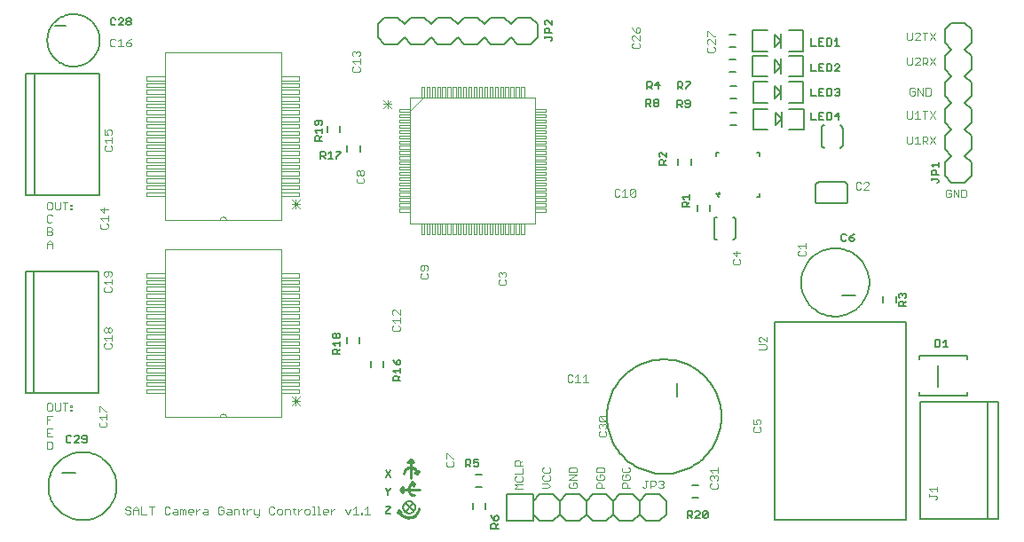
<source format=gto>
G75*
G70*
%OFA0B0*%
%FSLAX24Y24*%
%IPPOS*%
%LPD*%
%AMOC8*
5,1,8,0,0,1.08239X$1,22.5*
%
%ADD10C,0.0100*%
%ADD11C,0.0050*%
%ADD12C,0.0080*%
%ADD13C,0.0030*%
%ADD14C,0.0060*%
%ADD15C,0.0000*%
D10*
X014112Y000909D02*
X014252Y000959D01*
X014162Y001009D01*
X014112Y000909D01*
X014162Y000989D02*
X014177Y000953D01*
X014196Y000919D01*
X014218Y000887D01*
X014243Y000857D01*
X014270Y000830D01*
X014301Y000805D01*
X014333Y000784D01*
X014368Y000766D01*
X014404Y000752D01*
X014442Y000741D01*
X014480Y000734D01*
X014519Y000731D01*
X014558Y000732D01*
X014596Y000736D01*
X014635Y000745D01*
X014672Y000757D01*
X014707Y000773D01*
X014741Y000792D01*
X014773Y000814D01*
X014802Y000840D01*
X014829Y000868D01*
X014853Y000899D01*
X014874Y000932D01*
X014891Y000967D01*
X014905Y001003D01*
X014915Y001041D01*
X014921Y001079D01*
X014952Y001769D02*
X014202Y001769D01*
X014302Y001869D01*
X014302Y001669D01*
X014202Y001769D01*
X014702Y001919D02*
X014652Y002069D01*
X014752Y002019D01*
X014702Y001919D01*
X014752Y002019D02*
X014724Y002017D01*
X014696Y002012D01*
X014669Y002003D01*
X014644Y001991D01*
X014620Y001976D01*
X014598Y001958D01*
X014579Y001937D01*
X014562Y001915D01*
X014548Y001890D01*
X014538Y001864D01*
X014531Y001836D01*
X014527Y001808D01*
X014527Y001780D01*
X014531Y001752D01*
X014538Y001724D01*
X014548Y001698D01*
X014562Y001673D01*
X014579Y001651D01*
X014598Y001630D01*
X014620Y001612D01*
X014644Y001597D01*
X014669Y001585D01*
X014696Y001576D01*
X014724Y001571D01*
X014752Y001569D01*
X014602Y002219D02*
X014602Y002919D01*
X014702Y002819D01*
X014712Y002809D02*
X014492Y002809D01*
X014502Y002819D02*
X014602Y002919D01*
X014762Y002419D02*
X014902Y002469D01*
X014852Y002369D01*
X014762Y002419D01*
X014852Y002369D02*
X014850Y002399D01*
X014845Y002429D01*
X014836Y002458D01*
X014823Y002485D01*
X014808Y002511D01*
X014789Y002535D01*
X014768Y002556D01*
X014744Y002575D01*
X014718Y002590D01*
X014691Y002603D01*
X014662Y002612D01*
X014632Y002617D01*
X014602Y002619D01*
X014572Y002617D01*
X014542Y002612D01*
X014513Y002603D01*
X014486Y002590D01*
X014460Y002575D01*
X014436Y002556D01*
X014415Y002535D01*
X014396Y002511D01*
X014381Y002485D01*
X014368Y002458D01*
X014359Y002429D01*
X014354Y002399D01*
X014352Y002369D01*
D11*
X013857Y002244D02*
X013677Y002514D01*
X013857Y002514D02*
X013677Y002244D01*
X013677Y001864D02*
X013677Y001819D01*
X013767Y001729D01*
X013767Y001594D01*
X013767Y001729D02*
X013857Y001819D01*
X013857Y001864D01*
X013857Y001164D02*
X013857Y001119D01*
X013677Y000939D01*
X013677Y000894D01*
X013857Y000894D01*
X013857Y001164D02*
X013677Y001164D01*
X016680Y002641D02*
X016680Y002911D01*
X016816Y002911D01*
X016861Y002866D01*
X016861Y002776D01*
X016816Y002731D01*
X016680Y002731D01*
X016770Y002731D02*
X016861Y002641D01*
X016975Y002686D02*
X017020Y002641D01*
X017110Y002641D01*
X017155Y002686D01*
X017155Y002776D01*
X017110Y002821D01*
X017065Y002821D01*
X016975Y002776D01*
X016975Y002911D01*
X017155Y002911D01*
X017631Y000800D02*
X017676Y000710D01*
X017766Y000620D01*
X017766Y000755D01*
X017811Y000800D01*
X017856Y000800D01*
X017901Y000755D01*
X017901Y000665D01*
X017856Y000620D01*
X017766Y000620D01*
X017766Y000505D02*
X017676Y000505D01*
X017631Y000460D01*
X017631Y000325D01*
X017901Y000325D01*
X017811Y000325D02*
X017811Y000460D01*
X017766Y000505D01*
X017811Y000415D02*
X017901Y000505D01*
X025001Y000717D02*
X025001Y000987D01*
X025136Y000987D01*
X025181Y000942D01*
X025181Y000852D01*
X025136Y000807D01*
X025001Y000807D01*
X025091Y000807D02*
X025181Y000717D01*
X025295Y000717D02*
X025476Y000897D01*
X025476Y000942D01*
X025431Y000987D01*
X025340Y000987D01*
X025295Y000942D01*
X025295Y000717D02*
X025476Y000717D01*
X025590Y000762D02*
X025770Y000942D01*
X025770Y000762D01*
X025725Y000717D01*
X025635Y000717D01*
X025590Y000762D01*
X025590Y000942D01*
X025635Y000987D01*
X025725Y000987D01*
X025770Y000942D01*
X028272Y000637D02*
X033222Y000637D01*
X033222Y008087D01*
X028272Y008087D01*
X028272Y000637D01*
X034317Y007141D02*
X034452Y007141D01*
X034498Y007186D01*
X034498Y007366D01*
X034452Y007411D01*
X034317Y007411D01*
X034317Y007141D01*
X034612Y007141D02*
X034792Y007141D01*
X034702Y007141D02*
X034702Y007411D01*
X034612Y007321D01*
X033220Y008680D02*
X032950Y008680D01*
X032950Y008816D01*
X032995Y008861D01*
X033085Y008861D01*
X033130Y008816D01*
X033130Y008680D01*
X033130Y008771D02*
X033220Y008861D01*
X033175Y008975D02*
X033220Y009020D01*
X033220Y009110D01*
X033175Y009155D01*
X033130Y009155D01*
X033085Y009110D01*
X033085Y009065D01*
X033085Y009110D02*
X033040Y009155D01*
X032995Y009155D01*
X032950Y009110D01*
X032950Y009020D01*
X032995Y008975D01*
X031225Y011127D02*
X031270Y011172D01*
X031270Y011217D01*
X031225Y011262D01*
X031090Y011262D01*
X031090Y011172D01*
X031135Y011127D01*
X031225Y011127D01*
X031090Y011262D02*
X031180Y011352D01*
X031270Y011397D01*
X030975Y011352D02*
X030930Y011397D01*
X030840Y011397D01*
X030795Y011352D01*
X030795Y011172D01*
X030840Y011127D01*
X030930Y011127D01*
X030975Y011172D01*
X027729Y012784D02*
X027611Y012784D01*
X027729Y012784D02*
X027729Y012903D01*
X026176Y012910D02*
X026178Y012920D01*
X026183Y012928D01*
X026191Y012933D01*
X026201Y012935D01*
X026211Y012933D01*
X026219Y012928D01*
X026224Y012920D01*
X026226Y012910D01*
X026224Y012900D01*
X026219Y012892D01*
X026211Y012887D01*
X026201Y012885D01*
X026191Y012887D01*
X026183Y012892D01*
X026178Y012900D01*
X026176Y012910D01*
X026075Y012903D02*
X026193Y012784D01*
X025076Y012785D02*
X024806Y012785D01*
X024896Y012695D01*
X024851Y012581D02*
X024941Y012581D01*
X024986Y012536D01*
X024986Y012401D01*
X024986Y012491D02*
X025076Y012581D01*
X025076Y012695D02*
X025076Y012875D01*
X024851Y012581D02*
X024806Y012536D01*
X024806Y012401D01*
X025076Y012401D01*
X024211Y013988D02*
X023941Y013988D01*
X023941Y014123D01*
X023986Y014168D01*
X024076Y014168D01*
X024121Y014123D01*
X024121Y013988D01*
X024121Y014078D02*
X024211Y014168D01*
X024211Y014283D02*
X024031Y014463D01*
X023986Y014463D01*
X023941Y014418D01*
X023941Y014328D01*
X023986Y014283D01*
X024211Y014283D02*
X024211Y014463D01*
X026075Y014438D02*
X026075Y014320D01*
X026075Y014438D02*
X026193Y014438D01*
X027611Y014438D02*
X027729Y014438D01*
X027729Y014320D01*
X029657Y015678D02*
X029837Y015678D01*
X029952Y015678D02*
X030132Y015678D01*
X030246Y015678D02*
X030246Y015949D01*
X030382Y015949D01*
X030427Y015903D01*
X030427Y015723D01*
X030382Y015678D01*
X030246Y015678D01*
X030042Y015813D02*
X029952Y015813D01*
X029952Y015678D02*
X029952Y015949D01*
X030132Y015949D01*
X030541Y015813D02*
X030721Y015813D01*
X030676Y015678D02*
X030676Y015949D01*
X030541Y015813D01*
X029657Y015949D02*
X029657Y015678D01*
X029657Y016583D02*
X029837Y016583D01*
X029952Y016583D02*
X030132Y016583D01*
X030246Y016583D02*
X030246Y016854D01*
X030382Y016854D01*
X030427Y016809D01*
X030427Y016628D01*
X030382Y016583D01*
X030246Y016583D01*
X030042Y016719D02*
X029952Y016719D01*
X029952Y016854D02*
X029952Y016583D01*
X029952Y016854D02*
X030132Y016854D01*
X030541Y016809D02*
X030586Y016854D01*
X030676Y016854D01*
X030721Y016809D01*
X030721Y016764D01*
X030676Y016719D01*
X030721Y016674D01*
X030721Y016628D01*
X030676Y016583D01*
X030586Y016583D01*
X030541Y016628D01*
X030631Y016719D02*
X030676Y016719D01*
X029657Y016854D02*
X029657Y016583D01*
X029657Y017501D02*
X029837Y017501D01*
X029952Y017501D02*
X030132Y017501D01*
X030246Y017501D02*
X030382Y017501D01*
X030427Y017546D01*
X030427Y017726D01*
X030382Y017771D01*
X030246Y017771D01*
X030246Y017501D01*
X030042Y017636D02*
X029952Y017636D01*
X029952Y017771D02*
X029952Y017501D01*
X029657Y017501D02*
X029657Y017771D01*
X029952Y017771D02*
X030132Y017771D01*
X030541Y017726D02*
X030586Y017771D01*
X030676Y017771D01*
X030721Y017726D01*
X030721Y017681D01*
X030541Y017501D01*
X030721Y017501D01*
X030721Y018464D02*
X030541Y018464D01*
X030631Y018464D02*
X030631Y018734D01*
X030541Y018644D01*
X030427Y018689D02*
X030382Y018734D01*
X030246Y018734D01*
X030246Y018464D01*
X030382Y018464D01*
X030427Y018509D01*
X030427Y018689D01*
X030132Y018734D02*
X029952Y018734D01*
X029952Y018464D01*
X030132Y018464D01*
X030042Y018599D02*
X029952Y018599D01*
X029837Y018464D02*
X029657Y018464D01*
X029657Y018734D01*
X025117Y017104D02*
X025117Y017059D01*
X024937Y016879D01*
X024937Y016834D01*
X024822Y016834D02*
X024732Y016924D01*
X024777Y016924D02*
X024642Y016924D01*
X024642Y016834D02*
X024642Y017104D01*
X024777Y017104D01*
X024822Y017059D01*
X024822Y016969D01*
X024777Y016924D01*
X024937Y017104D02*
X025117Y017104D01*
X025057Y016429D02*
X024967Y016429D01*
X024922Y016384D01*
X024922Y016339D01*
X024967Y016294D01*
X025102Y016294D01*
X025102Y016204D02*
X025102Y016384D01*
X025057Y016429D01*
X025102Y016204D02*
X025057Y016159D01*
X024967Y016159D01*
X024922Y016204D01*
X024807Y016159D02*
X024717Y016249D01*
X024762Y016249D02*
X024627Y016249D01*
X024627Y016159D02*
X024627Y016429D01*
X024762Y016429D01*
X024807Y016384D01*
X024807Y016294D01*
X024762Y016249D01*
X023922Y016229D02*
X023877Y016184D01*
X023787Y016184D01*
X023742Y016229D01*
X023742Y016274D01*
X023787Y016319D01*
X023877Y016319D01*
X023922Y016274D01*
X023922Y016229D01*
X023877Y016319D02*
X023922Y016364D01*
X023922Y016409D01*
X023877Y016454D01*
X023787Y016454D01*
X023742Y016409D01*
X023742Y016364D01*
X023787Y016319D01*
X023628Y016319D02*
X023582Y016274D01*
X023447Y016274D01*
X023447Y016184D02*
X023447Y016454D01*
X023582Y016454D01*
X023628Y016409D01*
X023628Y016319D01*
X023537Y016274D02*
X023628Y016184D01*
X023674Y016840D02*
X023584Y016930D01*
X023629Y016930D02*
X023494Y016930D01*
X023494Y016840D02*
X023494Y017110D01*
X023629Y017110D01*
X023674Y017065D01*
X023674Y016975D01*
X023629Y016930D01*
X023789Y016975D02*
X023969Y016975D01*
X023924Y016840D02*
X023924Y017110D01*
X023789Y016975D01*
X019916Y018693D02*
X019916Y018738D01*
X019871Y018783D01*
X019646Y018783D01*
X019646Y018738D02*
X019646Y018828D01*
X019646Y018943D02*
X019646Y019078D01*
X019691Y019123D01*
X019781Y019123D01*
X019826Y019078D01*
X019826Y018943D01*
X019916Y018943D02*
X019646Y018943D01*
X019916Y018693D02*
X019871Y018648D01*
X019916Y019238D02*
X019736Y019418D01*
X019691Y019418D01*
X019646Y019373D01*
X019646Y019283D01*
X019691Y019238D01*
X019916Y019238D02*
X019916Y019418D01*
X011280Y015609D02*
X011280Y015519D01*
X011235Y015474D01*
X011145Y015519D02*
X011145Y015654D01*
X011055Y015654D02*
X011010Y015609D01*
X011010Y015519D01*
X011055Y015474D01*
X011100Y015474D01*
X011145Y015519D01*
X011280Y015609D02*
X011235Y015654D01*
X011055Y015654D01*
X011280Y015360D02*
X011280Y015180D01*
X011280Y015270D02*
X011010Y015270D01*
X011100Y015180D01*
X011055Y015065D02*
X011010Y015020D01*
X011010Y014885D01*
X011280Y014885D01*
X011190Y014885D02*
X011190Y015020D01*
X011145Y015065D01*
X011055Y015065D01*
X011190Y014975D02*
X011280Y015065D01*
X011224Y014494D02*
X011359Y014494D01*
X011404Y014449D01*
X011404Y014359D01*
X011359Y014314D01*
X011224Y014314D01*
X011314Y014314D02*
X011404Y014224D01*
X011518Y014224D02*
X011698Y014224D01*
X011608Y014224D02*
X011608Y014494D01*
X011518Y014404D01*
X011224Y014494D02*
X011224Y014224D01*
X011813Y014224D02*
X011813Y014269D01*
X011993Y014449D01*
X011993Y014494D01*
X011813Y014494D01*
X004111Y019277D02*
X004066Y019232D01*
X003976Y019232D01*
X003931Y019277D01*
X003931Y019322D01*
X003976Y019367D01*
X004066Y019367D01*
X004111Y019322D01*
X004111Y019277D01*
X004066Y019367D02*
X004111Y019412D01*
X004111Y019457D01*
X004066Y019502D01*
X003976Y019502D01*
X003931Y019457D01*
X003931Y019412D01*
X003976Y019367D01*
X003817Y019412D02*
X003817Y019457D01*
X003772Y019502D01*
X003681Y019502D01*
X003636Y019457D01*
X003522Y019457D02*
X003477Y019502D01*
X003387Y019502D01*
X003342Y019457D01*
X003342Y019277D01*
X003387Y019232D01*
X003477Y019232D01*
X003522Y019277D01*
X003636Y019232D02*
X003817Y019412D01*
X003817Y019232D02*
X003636Y019232D01*
X011732Y007651D02*
X011777Y007651D01*
X011822Y007606D01*
X011822Y007516D01*
X011777Y007471D01*
X011732Y007471D01*
X011687Y007516D01*
X011687Y007606D01*
X011732Y007651D01*
X011822Y007606D02*
X011867Y007651D01*
X011912Y007651D01*
X011957Y007606D01*
X011957Y007516D01*
X011912Y007471D01*
X011867Y007471D01*
X011822Y007516D01*
X011957Y007357D02*
X011957Y007177D01*
X011957Y007267D02*
X011687Y007267D01*
X011777Y007177D01*
X011732Y007062D02*
X011822Y007062D01*
X011867Y007017D01*
X011867Y006882D01*
X011867Y006972D02*
X011957Y007062D01*
X011957Y006882D02*
X011687Y006882D01*
X011687Y007017D01*
X011732Y007062D01*
X013962Y006648D02*
X014007Y006558D01*
X014097Y006468D01*
X014097Y006603D01*
X014142Y006648D01*
X014187Y006648D01*
X014232Y006603D01*
X014232Y006513D01*
X014187Y006468D01*
X014097Y006468D01*
X014232Y006353D02*
X014232Y006173D01*
X014232Y006263D02*
X013962Y006263D01*
X014052Y006173D01*
X014097Y006059D02*
X014142Y006014D01*
X014142Y005878D01*
X014232Y005878D02*
X013962Y005878D01*
X013962Y006014D01*
X014007Y006059D01*
X014097Y006059D01*
X014142Y005969D02*
X014232Y006059D01*
X002446Y003773D02*
X002401Y003818D01*
X002310Y003818D01*
X002265Y003773D01*
X002265Y003728D01*
X002310Y003683D01*
X002446Y003683D01*
X002446Y003593D02*
X002446Y003773D01*
X002446Y003593D02*
X002401Y003548D01*
X002310Y003548D01*
X002265Y003593D01*
X002151Y003548D02*
X001971Y003548D01*
X002151Y003728D01*
X002151Y003773D01*
X002106Y003818D01*
X002016Y003818D01*
X001971Y003773D01*
X001856Y003773D02*
X001811Y003818D01*
X001721Y003818D01*
X001676Y003773D01*
X001676Y003593D01*
X001721Y003548D01*
X001811Y003548D01*
X001856Y003593D01*
X034168Y013405D02*
X034168Y013495D01*
X034168Y013450D02*
X034393Y013450D01*
X034438Y013405D01*
X034438Y013360D01*
X034393Y013315D01*
X034348Y013610D02*
X034348Y013745D01*
X034303Y013790D01*
X034213Y013790D01*
X034168Y013745D01*
X034168Y013610D01*
X034438Y013610D01*
X034438Y013904D02*
X034438Y014084D01*
X034438Y013994D02*
X034168Y013994D01*
X034258Y013904D01*
D12*
X001001Y001913D02*
X001003Y001984D01*
X001009Y002055D01*
X001019Y002126D01*
X001033Y002195D01*
X001050Y002264D01*
X001072Y002332D01*
X001097Y002399D01*
X001126Y002464D01*
X001158Y002527D01*
X001194Y002589D01*
X001233Y002648D01*
X001276Y002705D01*
X001321Y002760D01*
X001370Y002812D01*
X001421Y002861D01*
X001475Y002907D01*
X001532Y002951D01*
X001590Y002991D01*
X001651Y003027D01*
X001714Y003061D01*
X001779Y003090D01*
X001845Y003116D01*
X001913Y003139D01*
X001981Y003157D01*
X002051Y003172D01*
X002121Y003183D01*
X002192Y003190D01*
X002263Y003193D01*
X002334Y003192D01*
X002405Y003187D01*
X002476Y003178D01*
X002546Y003165D01*
X002615Y003149D01*
X002683Y003128D01*
X002750Y003104D01*
X002816Y003076D01*
X002879Y003044D01*
X002941Y003009D01*
X003001Y002971D01*
X003059Y002929D01*
X003114Y002885D01*
X003167Y002837D01*
X003217Y002786D01*
X003264Y002733D01*
X003308Y002677D01*
X003349Y002619D01*
X003387Y002558D01*
X003421Y002496D01*
X003451Y002431D01*
X003478Y002366D01*
X003502Y002298D01*
X003521Y002230D01*
X003537Y002161D01*
X003549Y002090D01*
X003557Y002020D01*
X003561Y001949D01*
X003561Y001877D01*
X003557Y001806D01*
X003549Y001736D01*
X003537Y001665D01*
X003521Y001596D01*
X003502Y001528D01*
X003478Y001460D01*
X003451Y001395D01*
X003421Y001330D01*
X003387Y001268D01*
X003349Y001207D01*
X003308Y001149D01*
X003264Y001093D01*
X003217Y001040D01*
X003167Y000989D01*
X003114Y000941D01*
X003059Y000897D01*
X003001Y000855D01*
X002941Y000817D01*
X002879Y000782D01*
X002816Y000750D01*
X002750Y000722D01*
X002683Y000698D01*
X002615Y000677D01*
X002546Y000661D01*
X002476Y000648D01*
X002405Y000639D01*
X002334Y000634D01*
X002263Y000633D01*
X002192Y000636D01*
X002121Y000643D01*
X002051Y000654D01*
X001981Y000669D01*
X001913Y000687D01*
X001845Y000710D01*
X001779Y000736D01*
X001714Y000765D01*
X001651Y000799D01*
X001590Y000835D01*
X001532Y000875D01*
X001475Y000919D01*
X001421Y000965D01*
X001370Y001014D01*
X001321Y001066D01*
X001276Y001121D01*
X001233Y001178D01*
X001194Y001237D01*
X001158Y001299D01*
X001126Y001362D01*
X001097Y001427D01*
X001072Y001494D01*
X001050Y001562D01*
X001033Y001631D01*
X001019Y001700D01*
X001009Y001771D01*
X001003Y001842D01*
X001001Y001913D01*
X001531Y002413D02*
X002031Y002413D01*
X002896Y005415D02*
X000455Y005415D01*
X000455Y009981D01*
X002896Y009981D01*
X002896Y005415D01*
X000455Y005415D02*
X000140Y005415D01*
X000140Y009981D01*
X000455Y009981D01*
X000475Y012856D02*
X000160Y012856D01*
X000160Y017422D01*
X000475Y017422D01*
X000475Y012856D01*
X002916Y012856D01*
X002916Y017422D01*
X000475Y017422D01*
X000963Y018667D02*
X000965Y018729D01*
X000971Y018792D01*
X000981Y018853D01*
X000995Y018914D01*
X001012Y018974D01*
X001033Y019033D01*
X001059Y019090D01*
X001087Y019145D01*
X001119Y019199D01*
X001155Y019250D01*
X001193Y019300D01*
X001235Y019346D01*
X001279Y019390D01*
X001327Y019431D01*
X001376Y019469D01*
X001428Y019503D01*
X001482Y019534D01*
X001538Y019562D01*
X001596Y019586D01*
X001655Y019607D01*
X001715Y019623D01*
X001776Y019636D01*
X001838Y019645D01*
X001900Y019650D01*
X001963Y019651D01*
X002025Y019648D01*
X002087Y019641D01*
X002149Y019630D01*
X002209Y019615D01*
X002269Y019597D01*
X002327Y019575D01*
X002384Y019549D01*
X002439Y019519D01*
X002492Y019486D01*
X002543Y019450D01*
X002591Y019411D01*
X002637Y019368D01*
X002680Y019323D01*
X002720Y019275D01*
X002757Y019225D01*
X002791Y019172D01*
X002822Y019118D01*
X002848Y019062D01*
X002872Y019004D01*
X002891Y018944D01*
X002907Y018884D01*
X002919Y018822D01*
X002927Y018761D01*
X002931Y018698D01*
X002931Y018636D01*
X002927Y018573D01*
X002919Y018512D01*
X002907Y018450D01*
X002891Y018390D01*
X002872Y018330D01*
X002848Y018272D01*
X002822Y018216D01*
X002791Y018162D01*
X002757Y018109D01*
X002720Y018059D01*
X002680Y018011D01*
X002637Y017966D01*
X002591Y017923D01*
X002543Y017884D01*
X002492Y017848D01*
X002439Y017815D01*
X002384Y017785D01*
X002327Y017759D01*
X002269Y017737D01*
X002209Y017719D01*
X002149Y017704D01*
X002087Y017693D01*
X002025Y017686D01*
X001963Y017683D01*
X001900Y017684D01*
X001838Y017689D01*
X001776Y017698D01*
X001715Y017711D01*
X001655Y017727D01*
X001596Y017748D01*
X001538Y017772D01*
X001482Y017800D01*
X001428Y017831D01*
X001376Y017865D01*
X001327Y017903D01*
X001279Y017944D01*
X001235Y017988D01*
X001193Y018034D01*
X001155Y018084D01*
X001119Y018135D01*
X001087Y018189D01*
X001059Y018244D01*
X001033Y018301D01*
X001012Y018360D01*
X000995Y018420D01*
X000981Y018481D01*
X000971Y018542D01*
X000965Y018605D01*
X000963Y018667D01*
X001247Y019217D02*
X001647Y019217D01*
X013381Y019280D02*
X013381Y018780D01*
X013631Y018530D01*
X014131Y018530D01*
X014381Y018780D01*
X014631Y018530D01*
X015131Y018530D01*
X015381Y018780D01*
X015631Y018530D01*
X016131Y018530D01*
X016381Y018780D01*
X016631Y018530D01*
X017131Y018530D01*
X017381Y018780D01*
X017631Y018530D01*
X018131Y018530D01*
X018381Y018780D01*
X018631Y018530D01*
X019131Y018530D01*
X019381Y018780D01*
X019381Y019280D01*
X019131Y019530D01*
X018631Y019530D01*
X018381Y019280D01*
X018131Y019530D01*
X017631Y019530D01*
X017381Y019280D01*
X017131Y019530D01*
X016631Y019530D01*
X016381Y019280D01*
X016131Y019530D01*
X015631Y019530D01*
X015381Y019280D01*
X015131Y019530D01*
X014631Y019530D01*
X014381Y019280D01*
X014131Y019530D01*
X013631Y019530D01*
X013381Y019280D01*
X026007Y011927D02*
X026007Y011277D01*
X026009Y011260D01*
X026013Y011243D01*
X026020Y011227D01*
X026030Y011213D01*
X026043Y011200D01*
X026057Y011190D01*
X026073Y011183D01*
X026090Y011179D01*
X026107Y011177D01*
X026707Y011177D02*
X026724Y011179D01*
X026741Y011183D01*
X026757Y011190D01*
X026771Y011200D01*
X026784Y011213D01*
X026794Y011227D01*
X026801Y011243D01*
X026805Y011260D01*
X026807Y011277D01*
X026807Y011927D01*
X026805Y011944D01*
X026801Y011961D01*
X026794Y011977D01*
X026784Y011991D01*
X026771Y012004D01*
X026757Y012014D01*
X026741Y012021D01*
X026724Y012025D01*
X026707Y012027D01*
X026107Y012027D02*
X026090Y012025D01*
X026073Y012021D01*
X026057Y012014D01*
X026043Y012004D01*
X026030Y011991D01*
X026020Y011977D01*
X026013Y011961D01*
X026009Y011944D01*
X026007Y011927D01*
X029280Y009572D02*
X029282Y009643D01*
X029288Y009714D01*
X029298Y009785D01*
X029312Y009854D01*
X029329Y009923D01*
X029351Y009991D01*
X029376Y010058D01*
X029405Y010123D01*
X029437Y010186D01*
X029473Y010248D01*
X029512Y010307D01*
X029555Y010364D01*
X029600Y010419D01*
X029649Y010471D01*
X029700Y010520D01*
X029754Y010566D01*
X029811Y010610D01*
X029869Y010650D01*
X029930Y010686D01*
X029993Y010720D01*
X030058Y010749D01*
X030124Y010775D01*
X030192Y010798D01*
X030260Y010816D01*
X030330Y010831D01*
X030400Y010842D01*
X030471Y010849D01*
X030542Y010852D01*
X030613Y010851D01*
X030684Y010846D01*
X030755Y010837D01*
X030825Y010824D01*
X030894Y010808D01*
X030962Y010787D01*
X031029Y010763D01*
X031095Y010735D01*
X031158Y010703D01*
X031220Y010668D01*
X031280Y010630D01*
X031338Y010588D01*
X031393Y010544D01*
X031446Y010496D01*
X031496Y010445D01*
X031543Y010392D01*
X031587Y010336D01*
X031628Y010278D01*
X031666Y010217D01*
X031700Y010155D01*
X031730Y010090D01*
X031757Y010025D01*
X031781Y009957D01*
X031800Y009889D01*
X031816Y009820D01*
X031828Y009749D01*
X031836Y009679D01*
X031840Y009608D01*
X031840Y009536D01*
X031836Y009465D01*
X031828Y009395D01*
X031816Y009324D01*
X031800Y009255D01*
X031781Y009187D01*
X031757Y009119D01*
X031730Y009054D01*
X031700Y008989D01*
X031666Y008927D01*
X031628Y008866D01*
X031587Y008808D01*
X031543Y008752D01*
X031496Y008699D01*
X031446Y008648D01*
X031393Y008600D01*
X031338Y008556D01*
X031280Y008514D01*
X031220Y008476D01*
X031158Y008441D01*
X031095Y008409D01*
X031029Y008381D01*
X030962Y008357D01*
X030894Y008336D01*
X030825Y008320D01*
X030755Y008307D01*
X030684Y008298D01*
X030613Y008293D01*
X030542Y008292D01*
X030471Y008295D01*
X030400Y008302D01*
X030330Y008313D01*
X030260Y008328D01*
X030192Y008346D01*
X030124Y008369D01*
X030058Y008395D01*
X029993Y008424D01*
X029930Y008458D01*
X029869Y008494D01*
X029811Y008534D01*
X029754Y008578D01*
X029700Y008624D01*
X029649Y008673D01*
X029600Y008725D01*
X029555Y008780D01*
X029512Y008837D01*
X029473Y008896D01*
X029437Y008958D01*
X029405Y009021D01*
X029376Y009086D01*
X029351Y009153D01*
X029329Y009221D01*
X029312Y009290D01*
X029298Y009359D01*
X029288Y009430D01*
X029282Y009501D01*
X029280Y009572D01*
X030810Y009072D02*
X031310Y009072D01*
X033716Y006810D02*
X035527Y006810D01*
X035527Y006672D01*
X034424Y006436D02*
X034424Y005649D01*
X033716Y005452D02*
X033716Y005314D01*
X035527Y005314D01*
X035527Y005452D01*
X036300Y005082D02*
X036300Y000672D01*
X033741Y000672D01*
X033741Y005082D01*
X036300Y005082D01*
X036694Y005082D01*
X036694Y000672D01*
X036300Y000672D01*
X033716Y006672D02*
X033716Y006810D01*
X024628Y005774D02*
X024628Y005274D01*
X021978Y004524D02*
X021981Y004629D01*
X021988Y004735D01*
X022001Y004839D01*
X022019Y004943D01*
X022042Y005046D01*
X022071Y005148D01*
X022104Y005248D01*
X022142Y005347D01*
X022184Y005443D01*
X022232Y005538D01*
X022284Y005629D01*
X022340Y005718D01*
X022401Y005805D01*
X022466Y005888D01*
X022535Y005968D01*
X022608Y006044D01*
X022684Y006117D01*
X022764Y006186D01*
X022847Y006251D01*
X022934Y006312D01*
X023023Y006368D01*
X023114Y006420D01*
X023209Y006468D01*
X023305Y006510D01*
X023404Y006548D01*
X023504Y006581D01*
X023606Y006610D01*
X023709Y006633D01*
X023813Y006651D01*
X023917Y006664D01*
X024023Y006671D01*
X024128Y006674D01*
X024233Y006671D01*
X024339Y006664D01*
X024443Y006651D01*
X024547Y006633D01*
X024650Y006610D01*
X024752Y006581D01*
X024852Y006548D01*
X024951Y006510D01*
X025047Y006468D01*
X025142Y006420D01*
X025233Y006368D01*
X025322Y006312D01*
X025409Y006251D01*
X025492Y006186D01*
X025572Y006117D01*
X025648Y006044D01*
X025721Y005968D01*
X025790Y005888D01*
X025855Y005805D01*
X025916Y005718D01*
X025972Y005629D01*
X026024Y005538D01*
X026072Y005443D01*
X026114Y005347D01*
X026152Y005248D01*
X026185Y005148D01*
X026214Y005046D01*
X026237Y004943D01*
X026255Y004839D01*
X026268Y004735D01*
X026275Y004629D01*
X026278Y004524D01*
X026275Y004419D01*
X026268Y004313D01*
X026255Y004209D01*
X026237Y004105D01*
X026214Y004002D01*
X026185Y003900D01*
X026152Y003800D01*
X026114Y003701D01*
X026072Y003605D01*
X026024Y003510D01*
X025972Y003419D01*
X025916Y003330D01*
X025855Y003243D01*
X025790Y003160D01*
X025721Y003080D01*
X025648Y003004D01*
X025572Y002931D01*
X025492Y002862D01*
X025409Y002797D01*
X025322Y002736D01*
X025233Y002680D01*
X025142Y002628D01*
X025047Y002580D01*
X024951Y002538D01*
X024852Y002500D01*
X024752Y002467D01*
X024650Y002438D01*
X024547Y002415D01*
X024443Y002397D01*
X024339Y002384D01*
X024233Y002377D01*
X024128Y002374D01*
X024023Y002377D01*
X023917Y002384D01*
X023813Y002397D01*
X023709Y002415D01*
X023606Y002438D01*
X023504Y002467D01*
X023404Y002500D01*
X023305Y002538D01*
X023209Y002580D01*
X023114Y002628D01*
X023023Y002680D01*
X022934Y002736D01*
X022847Y002797D01*
X022764Y002862D01*
X022684Y002931D01*
X022608Y003004D01*
X022535Y003080D01*
X022466Y003160D01*
X022401Y003243D01*
X022340Y003330D01*
X022284Y003419D01*
X022232Y003510D01*
X022184Y003605D01*
X022142Y003701D01*
X022104Y003800D01*
X022071Y003900D01*
X022042Y004002D01*
X022019Y004105D01*
X022001Y004209D01*
X021988Y004313D01*
X021981Y004419D01*
X021978Y004524D01*
X021965Y001600D02*
X021465Y001600D01*
X021215Y001350D01*
X021215Y000850D01*
X020965Y000600D01*
X020465Y000600D01*
X020215Y000850D01*
X020215Y001350D01*
X020465Y001600D01*
X020965Y001600D01*
X021215Y001350D01*
X021215Y000850D02*
X021465Y000600D01*
X021965Y000600D01*
X022215Y000850D01*
X022215Y001350D01*
X022465Y001600D01*
X022965Y001600D01*
X023215Y001350D01*
X023215Y000850D01*
X022965Y000600D01*
X022465Y000600D01*
X022215Y000850D01*
X022215Y001350D02*
X021965Y001600D01*
X023215Y001350D02*
X023465Y001600D01*
X023965Y001600D01*
X024215Y001350D01*
X024215Y000850D01*
X023965Y000600D01*
X023465Y000600D01*
X023215Y000850D01*
X020215Y000850D02*
X019965Y000600D01*
X019465Y000600D01*
X019215Y000850D01*
X019215Y000600D01*
X018215Y000600D01*
X018215Y001600D01*
X019215Y001600D01*
X019215Y001350D01*
X019215Y000850D01*
X019215Y001350D02*
X019465Y001600D01*
X019965Y001600D01*
X020215Y001350D01*
X014712Y001269D02*
X014402Y000959D01*
X014328Y001119D02*
X014330Y001148D01*
X014336Y001177D01*
X014345Y001205D01*
X014358Y001231D01*
X014374Y001255D01*
X014394Y001277D01*
X014416Y001297D01*
X014440Y001313D01*
X014466Y001326D01*
X014494Y001335D01*
X014523Y001341D01*
X014552Y001343D01*
X014581Y001341D01*
X014610Y001335D01*
X014638Y001326D01*
X014664Y001313D01*
X014688Y001297D01*
X014710Y001277D01*
X014730Y001255D01*
X014746Y001231D01*
X014759Y001205D01*
X014768Y001177D01*
X014774Y001148D01*
X014776Y001119D01*
X014774Y001090D01*
X014768Y001061D01*
X014759Y001033D01*
X014746Y001007D01*
X014730Y000983D01*
X014710Y000961D01*
X014688Y000941D01*
X014664Y000925D01*
X014638Y000912D01*
X014610Y000903D01*
X014581Y000897D01*
X014552Y000895D01*
X014523Y000897D01*
X014494Y000903D01*
X014466Y000912D01*
X014440Y000925D01*
X014416Y000941D01*
X014394Y000961D01*
X014374Y000983D01*
X014358Y001007D01*
X014345Y001033D01*
X014336Y001061D01*
X014330Y001090D01*
X014328Y001119D01*
X014392Y001269D02*
X014402Y001269D01*
X014702Y000969D01*
X034683Y013570D02*
X034933Y013320D01*
X035433Y013320D01*
X035683Y013570D01*
X035683Y014070D01*
X035433Y014320D01*
X035683Y014570D01*
X035683Y015070D01*
X035433Y015320D01*
X035683Y015570D01*
X035683Y016070D01*
X035433Y016320D01*
X035683Y016570D01*
X035683Y017070D01*
X035433Y017320D01*
X035683Y017570D01*
X035683Y018070D01*
X035433Y018320D01*
X035683Y018570D01*
X035683Y019070D01*
X035433Y019320D01*
X034933Y019320D01*
X034683Y019070D01*
X034683Y018570D01*
X034933Y018320D01*
X034683Y018070D01*
X034683Y017570D01*
X034933Y017320D01*
X034683Y017070D01*
X034683Y016570D01*
X034933Y016320D01*
X034683Y016070D01*
X034683Y015570D01*
X034933Y015320D01*
X034683Y015070D01*
X034683Y014570D01*
X034933Y014320D01*
X034683Y014070D01*
X034683Y013570D01*
X030834Y014731D02*
X030834Y015381D01*
X030832Y015398D01*
X030828Y015415D01*
X030821Y015431D01*
X030811Y015445D01*
X030798Y015458D01*
X030784Y015468D01*
X030768Y015475D01*
X030751Y015479D01*
X030734Y015481D01*
X030134Y015481D02*
X030117Y015479D01*
X030100Y015475D01*
X030084Y015468D01*
X030070Y015458D01*
X030057Y015445D01*
X030047Y015431D01*
X030040Y015415D01*
X030036Y015398D01*
X030034Y015381D01*
X030034Y014731D01*
X030036Y014714D01*
X030040Y014697D01*
X030047Y014681D01*
X030057Y014667D01*
X030070Y014654D01*
X030084Y014644D01*
X030100Y014637D01*
X030117Y014633D01*
X030134Y014631D01*
X030734Y014631D02*
X030751Y014633D01*
X030768Y014637D01*
X030784Y014644D01*
X030798Y014654D01*
X030811Y014667D01*
X030821Y014681D01*
X030828Y014697D01*
X030832Y014714D01*
X030834Y014731D01*
X029372Y015310D02*
X028821Y015310D01*
X028545Y015428D02*
X028545Y015703D01*
X028309Y015467D01*
X028309Y015940D01*
X028545Y015703D01*
X028545Y015979D01*
X028821Y016097D02*
X029372Y016097D01*
X029372Y015310D01*
X028033Y015310D02*
X027482Y015310D01*
X027482Y016097D01*
X028033Y016097D01*
X028021Y016315D02*
X027470Y016315D01*
X027470Y017102D01*
X028021Y017102D01*
X028017Y017302D02*
X027466Y017302D01*
X027466Y018089D01*
X028017Y018089D01*
X028017Y018258D02*
X027466Y018258D01*
X027466Y019045D01*
X028017Y019045D01*
X028292Y018888D02*
X028292Y018416D01*
X028529Y018652D01*
X028292Y018888D01*
X028529Y018927D02*
X028529Y018652D01*
X028529Y018376D01*
X028804Y018258D02*
X029355Y018258D01*
X029355Y019045D01*
X028804Y019045D01*
X028804Y018089D02*
X029355Y018089D01*
X029355Y017302D01*
X028804Y017302D01*
X028808Y017102D02*
X029360Y017102D01*
X029360Y016315D01*
X028808Y016315D01*
X028533Y016433D02*
X028533Y016708D01*
X028297Y016472D01*
X028297Y016945D01*
X028533Y016708D01*
X028533Y016984D01*
X028529Y017420D02*
X028529Y017696D01*
X028292Y017459D01*
X028292Y017932D01*
X028529Y017696D01*
X028529Y017971D01*
D13*
X026034Y018269D02*
X026034Y018366D01*
X025986Y018414D01*
X026034Y018515D02*
X025841Y018709D01*
X025793Y018709D01*
X025744Y018661D01*
X025744Y018564D01*
X025793Y018515D01*
X025793Y018414D02*
X025744Y018366D01*
X025744Y018269D01*
X025793Y018221D01*
X025986Y018221D01*
X026034Y018269D01*
X026034Y018515D02*
X026034Y018709D01*
X026034Y018810D02*
X025986Y018810D01*
X025793Y019004D01*
X025744Y019004D01*
X025744Y018810D01*
X023222Y018857D02*
X023222Y018664D01*
X023029Y018857D01*
X022980Y018857D01*
X022932Y018809D01*
X022932Y018712D01*
X022980Y018664D01*
X022980Y018562D02*
X022932Y018514D01*
X022932Y018417D01*
X022980Y018369D01*
X023174Y018369D01*
X023222Y018417D01*
X023222Y018514D01*
X023174Y018562D01*
X023174Y018958D02*
X023222Y019007D01*
X023222Y019103D01*
X023174Y019152D01*
X023125Y019152D01*
X023077Y019103D01*
X023077Y018958D01*
X023174Y018958D01*
X023077Y018958D02*
X022980Y019055D01*
X022932Y019152D01*
X013897Y016431D02*
X013583Y016118D01*
X013583Y016275D02*
X013897Y016275D01*
X013897Y016118D02*
X013583Y016431D01*
X013740Y016431D02*
X013740Y016118D01*
X012655Y017479D02*
X012462Y017479D01*
X012414Y017527D01*
X012414Y017624D01*
X012462Y017672D01*
X012510Y017774D02*
X012414Y017870D01*
X012704Y017870D01*
X012704Y017774D02*
X012704Y017967D01*
X012655Y018068D02*
X012704Y018117D01*
X012704Y018213D01*
X012655Y018262D01*
X012607Y018262D01*
X012559Y018213D01*
X012559Y018165D01*
X012559Y018213D02*
X012510Y018262D01*
X012462Y018262D01*
X012414Y018213D01*
X012414Y018117D01*
X012462Y018068D01*
X012655Y017672D02*
X012704Y017624D01*
X012704Y017527D01*
X012655Y017479D01*
X012667Y013791D02*
X012715Y013742D01*
X012715Y013646D01*
X012667Y013597D01*
X012618Y013597D01*
X012570Y013646D01*
X012570Y013742D01*
X012618Y013791D01*
X012667Y013791D01*
X012715Y013742D02*
X012763Y013791D01*
X012812Y013791D01*
X012860Y013742D01*
X012860Y013646D01*
X012812Y013597D01*
X012763Y013597D01*
X012715Y013646D01*
X012812Y013496D02*
X012860Y013448D01*
X012860Y013351D01*
X012812Y013303D01*
X012618Y013303D01*
X012570Y013351D01*
X012570Y013448D01*
X012618Y013496D01*
X010452Y012671D02*
X010139Y012357D01*
X010296Y012357D02*
X010296Y012671D01*
X010139Y012671D02*
X010452Y012357D01*
X010452Y012514D02*
X010139Y012514D01*
X014973Y010154D02*
X014973Y010057D01*
X015022Y010009D01*
X015070Y010009D01*
X015118Y010057D01*
X015118Y010202D01*
X015022Y010202D02*
X015215Y010202D01*
X015264Y010154D01*
X015264Y010057D01*
X015215Y010009D01*
X015215Y009907D02*
X015264Y009859D01*
X015264Y009762D01*
X015215Y009714D01*
X015022Y009714D01*
X014973Y009762D01*
X014973Y009859D01*
X015022Y009907D01*
X014973Y010154D02*
X015022Y010202D01*
X017903Y009915D02*
X017952Y009963D01*
X018000Y009963D01*
X018048Y009915D01*
X018097Y009963D01*
X018145Y009963D01*
X018194Y009915D01*
X018194Y009818D01*
X018145Y009769D01*
X018145Y009668D02*
X018194Y009620D01*
X018194Y009523D01*
X018145Y009475D01*
X017952Y009475D01*
X017903Y009523D01*
X017903Y009620D01*
X017952Y009668D01*
X017952Y009769D02*
X017903Y009818D01*
X017903Y009915D01*
X018048Y009915D02*
X018048Y009866D01*
X014207Y008533D02*
X014207Y008339D01*
X014014Y008533D01*
X013965Y008533D01*
X013917Y008484D01*
X013917Y008387D01*
X013965Y008339D01*
X013917Y008141D02*
X014207Y008141D01*
X014207Y008044D02*
X014207Y008238D01*
X014014Y008044D02*
X013917Y008141D01*
X013965Y007943D02*
X013917Y007895D01*
X013917Y007798D01*
X013965Y007750D01*
X014159Y007750D01*
X014207Y007798D01*
X014207Y007895D01*
X014159Y007943D01*
X010452Y005269D02*
X010139Y004956D01*
X010139Y005112D02*
X010452Y005112D01*
X010452Y004956D02*
X010139Y005269D01*
X010296Y005269D02*
X010296Y004956D01*
X015936Y003151D02*
X015936Y002958D01*
X015985Y002857D02*
X015936Y002808D01*
X015936Y002712D01*
X015985Y002663D01*
X016178Y002663D01*
X016226Y002712D01*
X016226Y002808D01*
X016178Y002857D01*
X016178Y002958D02*
X016226Y002958D01*
X016178Y002958D02*
X015985Y003151D01*
X015936Y003151D01*
X018527Y002833D02*
X018527Y002688D01*
X018817Y002688D01*
X018720Y002688D02*
X018720Y002833D01*
X018672Y002881D01*
X018575Y002881D01*
X018527Y002833D01*
X018720Y002784D02*
X018817Y002881D01*
X018817Y002586D02*
X018817Y002393D01*
X018527Y002393D01*
X018575Y002292D02*
X018527Y002243D01*
X018527Y002147D01*
X018575Y002098D01*
X018769Y002098D01*
X018817Y002147D01*
X018817Y002243D01*
X018769Y002292D01*
X018817Y001997D02*
X018527Y001997D01*
X018624Y001900D01*
X018527Y001804D01*
X018817Y001804D01*
X019567Y001834D02*
X019760Y001834D01*
X019857Y001930D01*
X019760Y002027D01*
X019567Y002027D01*
X019615Y002128D02*
X019809Y002128D01*
X019857Y002177D01*
X019857Y002273D01*
X019809Y002322D01*
X019809Y002423D02*
X019857Y002471D01*
X019857Y002568D01*
X019809Y002616D01*
X019809Y002423D02*
X019615Y002423D01*
X019567Y002471D01*
X019567Y002568D01*
X019615Y002616D01*
X019615Y002322D02*
X019567Y002273D01*
X019567Y002177D01*
X019615Y002128D01*
X020567Y002138D02*
X020857Y002332D01*
X020567Y002332D01*
X020567Y002433D02*
X020567Y002578D01*
X020615Y002626D01*
X020809Y002626D01*
X020857Y002578D01*
X020857Y002433D01*
X020567Y002433D01*
X020567Y002138D02*
X020857Y002138D01*
X020809Y002037D02*
X020712Y002037D01*
X020712Y001940D01*
X020615Y001844D02*
X020809Y001844D01*
X020857Y001892D01*
X020857Y001989D01*
X020809Y002037D01*
X020615Y002037D02*
X020567Y001989D01*
X020567Y001892D01*
X020615Y001844D01*
X021587Y001844D02*
X021587Y001989D01*
X021635Y002037D01*
X021732Y002037D01*
X021780Y001989D01*
X021780Y001844D01*
X021877Y001844D02*
X021587Y001844D01*
X021635Y002138D02*
X021829Y002138D01*
X021877Y002187D01*
X021877Y002283D01*
X021829Y002332D01*
X021732Y002332D01*
X021732Y002235D01*
X021635Y002138D02*
X021587Y002187D01*
X021587Y002283D01*
X021635Y002332D01*
X021587Y002433D02*
X021587Y002578D01*
X021635Y002626D01*
X021829Y002626D01*
X021877Y002578D01*
X021877Y002433D01*
X021587Y002433D01*
X022547Y002481D02*
X022595Y002433D01*
X022789Y002433D01*
X022837Y002481D01*
X022837Y002578D01*
X022789Y002626D01*
X022595Y002626D02*
X022547Y002578D01*
X022547Y002481D01*
X022595Y002332D02*
X022547Y002283D01*
X022547Y002187D01*
X022595Y002138D01*
X022789Y002138D01*
X022837Y002187D01*
X022837Y002283D01*
X022789Y002332D01*
X022692Y002332D01*
X022692Y002235D01*
X022692Y002037D02*
X022740Y001989D01*
X022740Y001844D01*
X022837Y001844D02*
X022547Y001844D01*
X022547Y001989D01*
X022595Y002037D01*
X022692Y002037D01*
X023320Y001883D02*
X023368Y001835D01*
X023417Y001835D01*
X023465Y001883D01*
X023465Y002125D01*
X023417Y002125D02*
X023513Y002125D01*
X023614Y002125D02*
X023614Y001835D01*
X023614Y001931D02*
X023760Y001931D01*
X023808Y001980D01*
X023808Y002076D01*
X023760Y002125D01*
X023614Y002125D01*
X023909Y002076D02*
X023957Y002125D01*
X024054Y002125D01*
X024103Y002076D01*
X024103Y002028D01*
X024054Y001980D01*
X024103Y001931D01*
X024103Y001883D01*
X024054Y001835D01*
X023957Y001835D01*
X023909Y001883D01*
X024006Y001980D02*
X024054Y001980D01*
X025866Y001971D02*
X025866Y001874D01*
X025914Y001826D01*
X026107Y001826D01*
X026156Y001874D01*
X026156Y001971D01*
X026107Y002020D01*
X026107Y002121D02*
X026156Y002169D01*
X026156Y002266D01*
X026107Y002314D01*
X026059Y002314D01*
X026011Y002266D01*
X026011Y002218D01*
X026011Y002266D02*
X025962Y002314D01*
X025914Y002314D01*
X025866Y002266D01*
X025866Y002169D01*
X025914Y002121D01*
X025914Y002020D02*
X025866Y001971D01*
X025962Y002415D02*
X025866Y002512D01*
X026156Y002512D01*
X026156Y002415D02*
X026156Y002609D01*
X027525Y003942D02*
X027719Y003942D01*
X027767Y003990D01*
X027767Y004087D01*
X027719Y004135D01*
X027719Y004236D02*
X027767Y004285D01*
X027767Y004382D01*
X027719Y004430D01*
X027622Y004430D01*
X027573Y004382D01*
X027573Y004333D01*
X027622Y004236D01*
X027477Y004236D01*
X027477Y004430D01*
X027525Y004135D02*
X027477Y004087D01*
X027477Y003990D01*
X027525Y003942D01*
X021963Y003920D02*
X021915Y003968D01*
X021963Y003920D02*
X021963Y003823D01*
X021915Y003775D01*
X021721Y003775D01*
X021673Y003823D01*
X021673Y003920D01*
X021721Y003968D01*
X021721Y004069D02*
X021673Y004118D01*
X021673Y004215D01*
X021721Y004263D01*
X021770Y004263D01*
X021818Y004215D01*
X021866Y004263D01*
X021915Y004263D01*
X021963Y004215D01*
X021963Y004118D01*
X021915Y004069D01*
X021818Y004166D02*
X021818Y004215D01*
X021915Y004364D02*
X021721Y004558D01*
X021915Y004558D01*
X021963Y004509D01*
X021963Y004412D01*
X021915Y004364D01*
X021721Y004364D01*
X021673Y004412D01*
X021673Y004509D01*
X021721Y004558D01*
X021288Y005817D02*
X021094Y005817D01*
X021191Y005817D02*
X021191Y006108D01*
X021094Y006011D01*
X020993Y005817D02*
X020800Y005817D01*
X020896Y005817D02*
X020896Y006108D01*
X020800Y006011D01*
X020698Y006059D02*
X020650Y006108D01*
X020553Y006108D01*
X020505Y006059D01*
X020505Y005866D01*
X020553Y005817D01*
X020650Y005817D01*
X020698Y005866D01*
X027686Y007042D02*
X027928Y007042D01*
X027977Y007090D01*
X027977Y007187D01*
X027928Y007235D01*
X027686Y007235D01*
X027735Y007336D02*
X027686Y007385D01*
X027686Y007482D01*
X027735Y007530D01*
X027783Y007530D01*
X027977Y007336D01*
X027977Y007530D01*
X026947Y010249D02*
X026753Y010249D01*
X026705Y010297D01*
X026705Y010394D01*
X026753Y010442D01*
X026850Y010543D02*
X026850Y010737D01*
X026995Y010689D02*
X026705Y010689D01*
X026850Y010543D01*
X026947Y010442D02*
X026995Y010394D01*
X026995Y010297D01*
X026947Y010249D01*
X029163Y010615D02*
X029212Y010567D01*
X029405Y010567D01*
X029454Y010615D01*
X029454Y010712D01*
X029405Y010760D01*
X029454Y010861D02*
X029454Y011055D01*
X029454Y010958D02*
X029163Y010958D01*
X029260Y010861D01*
X029212Y010760D02*
X029163Y010712D01*
X029163Y010615D01*
X031386Y013056D02*
X031482Y013056D01*
X031531Y013104D01*
X031632Y013056D02*
X031825Y013249D01*
X031825Y013298D01*
X031777Y013346D01*
X031680Y013346D01*
X031632Y013298D01*
X031531Y013298D02*
X031482Y013346D01*
X031386Y013346D01*
X031337Y013298D01*
X031337Y013104D01*
X031386Y013056D01*
X031632Y013056D02*
X031825Y013056D01*
X034707Y013016D02*
X034707Y012822D01*
X034755Y012774D01*
X034852Y012774D01*
X034901Y012822D01*
X034901Y012919D01*
X034804Y012919D01*
X034901Y013016D02*
X034852Y013064D01*
X034755Y013064D01*
X034707Y013016D01*
X035002Y013064D02*
X035195Y012774D01*
X035195Y013064D01*
X035296Y013064D02*
X035442Y013064D01*
X035490Y013016D01*
X035490Y012822D01*
X035442Y012774D01*
X035296Y012774D01*
X035296Y013064D01*
X035002Y013064D02*
X035002Y012774D01*
X034325Y014774D02*
X034131Y015064D01*
X034030Y015016D02*
X034030Y014919D01*
X033982Y014870D01*
X033836Y014870D01*
X033836Y014774D02*
X033836Y015064D01*
X033982Y015064D01*
X034030Y015016D01*
X033933Y014870D02*
X034030Y014774D01*
X034131Y014774D02*
X034325Y015064D01*
X033735Y014774D02*
X033542Y014774D01*
X033639Y014774D02*
X033639Y015064D01*
X033542Y014967D01*
X033441Y015064D02*
X033441Y014822D01*
X033392Y014774D01*
X033295Y014774D01*
X033247Y014822D01*
X033247Y015064D01*
X033295Y015714D02*
X033392Y015714D01*
X033441Y015762D01*
X033441Y016004D01*
X033542Y015907D02*
X033639Y016004D01*
X033639Y015714D01*
X033735Y015714D02*
X033542Y015714D01*
X033295Y015714D02*
X033247Y015762D01*
X033247Y016004D01*
X033836Y016004D02*
X034030Y016004D01*
X033933Y016004D02*
X033933Y015714D01*
X034131Y015714D02*
X034325Y016004D01*
X034131Y016004D02*
X034325Y015714D01*
X034102Y016594D02*
X034150Y016642D01*
X034150Y016836D01*
X034102Y016884D01*
X033956Y016884D01*
X033956Y016594D01*
X034102Y016594D01*
X033855Y016594D02*
X033855Y016884D01*
X033662Y016884D02*
X033855Y016594D01*
X033662Y016594D02*
X033662Y016884D01*
X033561Y016836D02*
X033512Y016884D01*
X033415Y016884D01*
X033367Y016836D01*
X033367Y016642D01*
X033415Y016594D01*
X033512Y016594D01*
X033561Y016642D01*
X033561Y016739D01*
X033464Y016739D01*
X033392Y017734D02*
X033441Y017782D01*
X033441Y018024D01*
X033542Y017976D02*
X033590Y018024D01*
X033687Y018024D01*
X033735Y017976D01*
X033735Y017927D01*
X033542Y017734D01*
X033735Y017734D01*
X033836Y017734D02*
X033836Y018024D01*
X033982Y018024D01*
X034030Y017976D01*
X034030Y017879D01*
X033982Y017830D01*
X033836Y017830D01*
X033933Y017830D02*
X034030Y017734D01*
X034131Y017734D02*
X034325Y018024D01*
X034131Y018024D02*
X034325Y017734D01*
X033392Y017734D02*
X033295Y017734D01*
X033247Y017782D01*
X033247Y018024D01*
X033295Y018674D02*
X033392Y018674D01*
X033441Y018722D01*
X033441Y018964D01*
X033542Y018916D02*
X033590Y018964D01*
X033687Y018964D01*
X033735Y018916D01*
X033735Y018867D01*
X033542Y018674D01*
X033735Y018674D01*
X033933Y018674D02*
X033933Y018964D01*
X033836Y018964D02*
X034030Y018964D01*
X034131Y018964D02*
X034325Y018674D01*
X034131Y018674D02*
X034325Y018964D01*
X033295Y018674D02*
X033247Y018722D01*
X033247Y018964D01*
X023053Y013033D02*
X022859Y012839D01*
X022908Y012791D01*
X023004Y012791D01*
X023053Y012839D01*
X023053Y013033D01*
X023004Y013081D01*
X022908Y013081D01*
X022859Y013033D01*
X022859Y012839D01*
X022758Y012791D02*
X022565Y012791D01*
X022661Y012791D02*
X022661Y013081D01*
X022565Y012985D01*
X022463Y013033D02*
X022415Y013081D01*
X022318Y013081D01*
X022270Y013033D01*
X022270Y012839D01*
X022318Y012791D01*
X022415Y012791D01*
X022463Y012839D01*
X004106Y018487D02*
X004106Y018536D01*
X004057Y018584D01*
X003912Y018584D01*
X003912Y018487D01*
X003960Y018439D01*
X004057Y018439D01*
X004106Y018487D01*
X004009Y018681D02*
X003912Y018584D01*
X004009Y018681D02*
X004106Y018729D01*
X003714Y018729D02*
X003714Y018439D01*
X003617Y018439D02*
X003811Y018439D01*
X003617Y018632D02*
X003714Y018729D01*
X003516Y018681D02*
X003468Y018729D01*
X003371Y018729D01*
X003323Y018681D01*
X003323Y018487D01*
X003371Y018439D01*
X003468Y018439D01*
X003516Y018487D01*
X003343Y015299D02*
X003247Y015299D01*
X003198Y015251D01*
X003198Y015202D01*
X003247Y015105D01*
X003102Y015105D01*
X003102Y015299D01*
X003343Y015299D02*
X003392Y015251D01*
X003392Y015154D01*
X003343Y015105D01*
X003392Y015004D02*
X003392Y014811D01*
X003392Y014908D02*
X003102Y014908D01*
X003198Y014811D01*
X003150Y014710D02*
X003102Y014661D01*
X003102Y014564D01*
X003150Y014516D01*
X003343Y014516D01*
X003392Y014564D01*
X003392Y014661D01*
X003343Y014710D01*
X001730Y012594D02*
X001536Y012594D01*
X001633Y012594D02*
X001633Y012304D01*
X001831Y012304D02*
X001831Y012352D01*
X001879Y012352D01*
X001879Y012304D01*
X001831Y012304D01*
X001831Y012449D02*
X001831Y012497D01*
X001879Y012497D01*
X001879Y012449D01*
X001831Y012449D01*
X001435Y012352D02*
X001435Y012594D01*
X001242Y012594D02*
X001242Y012352D01*
X001290Y012304D01*
X001387Y012304D01*
X001435Y012352D01*
X001141Y012352D02*
X001141Y012546D01*
X001092Y012594D01*
X000995Y012594D01*
X000947Y012546D01*
X000947Y012352D01*
X000995Y012304D01*
X001092Y012304D01*
X001141Y012352D01*
X001092Y012114D02*
X000995Y012114D01*
X000947Y012066D01*
X000947Y011872D01*
X000995Y011824D01*
X001092Y011824D01*
X001141Y011872D01*
X001141Y012066D02*
X001092Y012114D01*
X001092Y011634D02*
X001141Y011586D01*
X001141Y011537D01*
X001092Y011489D01*
X000947Y011489D01*
X000947Y011344D02*
X000947Y011634D01*
X001092Y011634D01*
X001092Y011489D02*
X001141Y011440D01*
X001141Y011392D01*
X001092Y011344D01*
X000947Y011344D01*
X001044Y011154D02*
X001141Y011057D01*
X001141Y010864D01*
X001141Y011009D02*
X000947Y011009D01*
X000947Y011057D02*
X001044Y011154D01*
X000947Y011057D02*
X000947Y010864D01*
X002949Y011639D02*
X002998Y011591D01*
X003191Y011591D01*
X003240Y011639D01*
X003240Y011736D01*
X003191Y011784D01*
X003240Y011885D02*
X003240Y012079D01*
X003240Y011982D02*
X002949Y011982D01*
X003046Y011885D01*
X002998Y011784D02*
X002949Y011736D01*
X002949Y011639D01*
X003095Y012180D02*
X003095Y012374D01*
X003240Y012325D02*
X002949Y012325D01*
X003095Y012180D01*
X003138Y009988D02*
X003089Y009940D01*
X003089Y009843D01*
X003138Y009794D01*
X003186Y009794D01*
X003235Y009843D01*
X003235Y009988D01*
X003331Y009988D02*
X003138Y009988D01*
X003331Y009988D02*
X003380Y009940D01*
X003380Y009843D01*
X003331Y009794D01*
X003380Y009693D02*
X003380Y009500D01*
X003380Y009597D02*
X003089Y009597D01*
X003186Y009500D01*
X003138Y009399D02*
X003089Y009350D01*
X003089Y009254D01*
X003138Y009205D01*
X003331Y009205D01*
X003380Y009254D01*
X003380Y009350D01*
X003331Y009399D01*
X003283Y007878D02*
X003331Y007878D01*
X003380Y007829D01*
X003380Y007733D01*
X003331Y007684D01*
X003283Y007684D01*
X003235Y007733D01*
X003235Y007829D01*
X003283Y007878D01*
X003235Y007829D02*
X003186Y007878D01*
X003138Y007878D01*
X003089Y007829D01*
X003089Y007733D01*
X003138Y007684D01*
X003186Y007684D01*
X003235Y007733D01*
X003380Y007583D02*
X003380Y007390D01*
X003380Y007486D02*
X003089Y007486D01*
X003186Y007390D01*
X003138Y007288D02*
X003089Y007240D01*
X003089Y007143D01*
X003138Y007095D01*
X003331Y007095D01*
X003380Y007143D01*
X003380Y007240D01*
X003331Y007288D01*
X001730Y005034D02*
X001536Y005034D01*
X001633Y005034D02*
X001633Y004744D01*
X001831Y004744D02*
X001831Y004792D01*
X001879Y004792D01*
X001879Y004744D01*
X001831Y004744D01*
X001831Y004889D02*
X001831Y004937D01*
X001879Y004937D01*
X001879Y004889D01*
X001831Y004889D01*
X001435Y004792D02*
X001387Y004744D01*
X001290Y004744D01*
X001242Y004792D01*
X001242Y005034D01*
X001141Y004986D02*
X001092Y005034D01*
X000995Y005034D01*
X000947Y004986D01*
X000947Y004792D01*
X000995Y004744D01*
X001092Y004744D01*
X001141Y004792D01*
X001141Y004986D01*
X001435Y005034D02*
X001435Y004792D01*
X001141Y004554D02*
X000947Y004554D01*
X000947Y004264D01*
X000947Y004409D02*
X001044Y004409D01*
X001141Y004074D02*
X000947Y004074D01*
X000947Y003784D01*
X001141Y003784D01*
X001044Y003929D02*
X000947Y003929D01*
X000947Y003594D02*
X001092Y003594D01*
X001141Y003546D01*
X001141Y003352D01*
X001092Y003304D01*
X000947Y003304D01*
X000947Y003594D01*
X002909Y004185D02*
X002958Y004137D01*
X003151Y004137D01*
X003200Y004185D01*
X003200Y004282D01*
X003151Y004330D01*
X003200Y004431D02*
X003200Y004625D01*
X003200Y004528D02*
X002909Y004528D01*
X003006Y004431D01*
X002958Y004330D02*
X002909Y004282D01*
X002909Y004185D01*
X002909Y004726D02*
X002909Y004920D01*
X002958Y004920D01*
X003151Y004726D01*
X003200Y004726D01*
X003945Y001144D02*
X003897Y001096D01*
X003897Y001047D01*
X003945Y000999D01*
X004042Y000999D01*
X004091Y000950D01*
X004091Y000902D01*
X004042Y000854D01*
X003945Y000854D01*
X003897Y000902D01*
X003945Y001144D02*
X004042Y001144D01*
X004091Y001096D01*
X004192Y001047D02*
X004289Y001144D01*
X004385Y001047D01*
X004385Y000854D01*
X004486Y000854D02*
X004486Y001144D01*
X004385Y000999D02*
X004192Y000999D01*
X004192Y001047D02*
X004192Y000854D01*
X004486Y000854D02*
X004680Y000854D01*
X004878Y000854D02*
X004878Y001144D01*
X004781Y001144D02*
X004975Y001144D01*
X005370Y001096D02*
X005370Y000902D01*
X005419Y000854D01*
X005516Y000854D01*
X005564Y000902D01*
X005665Y000902D02*
X005713Y000950D01*
X005859Y000950D01*
X005859Y000999D02*
X005859Y000854D01*
X005713Y000854D01*
X005665Y000902D01*
X005713Y001047D02*
X005810Y001047D01*
X005859Y000999D01*
X005960Y001047D02*
X005960Y000854D01*
X006056Y000854D02*
X006056Y000999D01*
X006105Y001047D01*
X006153Y000999D01*
X006153Y000854D01*
X006254Y000902D02*
X006254Y000999D01*
X006303Y001047D01*
X006399Y001047D01*
X006448Y000999D01*
X006448Y000950D01*
X006254Y000950D01*
X006254Y000902D02*
X006303Y000854D01*
X006399Y000854D01*
X006549Y000854D02*
X006549Y001047D01*
X006549Y000950D02*
X006646Y001047D01*
X006694Y001047D01*
X006843Y001047D02*
X006940Y001047D01*
X006988Y000999D01*
X006988Y000854D01*
X006843Y000854D01*
X006795Y000902D01*
X006843Y000950D01*
X006988Y000950D01*
X007384Y000902D02*
X007432Y000854D01*
X007529Y000854D01*
X007577Y000902D01*
X007577Y000999D01*
X007481Y000999D01*
X007577Y001096D02*
X007529Y001144D01*
X007432Y001144D01*
X007384Y001096D01*
X007384Y000902D01*
X007678Y000902D02*
X007727Y000950D01*
X007872Y000950D01*
X007872Y000999D02*
X007872Y000854D01*
X007727Y000854D01*
X007678Y000902D01*
X007727Y001047D02*
X007824Y001047D01*
X007872Y000999D01*
X007973Y001047D02*
X008118Y001047D01*
X008167Y000999D01*
X008167Y000854D01*
X008316Y000902D02*
X008365Y000854D01*
X008316Y000902D02*
X008316Y001096D01*
X008268Y001047D02*
X008365Y001047D01*
X008464Y001047D02*
X008464Y000854D01*
X008464Y000950D02*
X008561Y001047D01*
X008609Y001047D01*
X008710Y001047D02*
X008710Y000902D01*
X008758Y000854D01*
X008903Y000854D01*
X008903Y000805D02*
X008855Y000757D01*
X008807Y000757D01*
X008903Y000805D02*
X008903Y001047D01*
X009299Y001096D02*
X009299Y000902D01*
X009347Y000854D01*
X009444Y000854D01*
X009493Y000902D01*
X009594Y000902D02*
X009594Y000999D01*
X009642Y001047D01*
X009739Y001047D01*
X009787Y000999D01*
X009787Y000902D01*
X009739Y000854D01*
X009642Y000854D01*
X009594Y000902D01*
X009493Y001096D02*
X009444Y001144D01*
X009347Y001144D01*
X009299Y001096D01*
X009888Y001047D02*
X009888Y000854D01*
X009888Y001047D02*
X010034Y001047D01*
X010082Y000999D01*
X010082Y000854D01*
X010231Y000902D02*
X010280Y000854D01*
X010231Y000902D02*
X010231Y001096D01*
X010183Y001047D02*
X010280Y001047D01*
X010379Y001047D02*
X010379Y000854D01*
X010379Y000950D02*
X010476Y001047D01*
X010525Y001047D01*
X010625Y000999D02*
X010625Y000902D01*
X010673Y000854D01*
X010770Y000854D01*
X010819Y000902D01*
X010819Y000999D01*
X010770Y001047D01*
X010673Y001047D01*
X010625Y000999D01*
X010920Y001144D02*
X010968Y001144D01*
X010968Y000854D01*
X010920Y000854D02*
X011016Y000854D01*
X011116Y000854D02*
X011213Y000854D01*
X011164Y000854D02*
X011164Y001144D01*
X011116Y001144D01*
X011313Y000999D02*
X011361Y001047D01*
X011458Y001047D01*
X011506Y000999D01*
X011506Y000950D01*
X011313Y000950D01*
X011313Y000902D02*
X011313Y000999D01*
X011313Y000902D02*
X011361Y000854D01*
X011458Y000854D01*
X011607Y000854D02*
X011607Y001047D01*
X011607Y000950D02*
X011704Y001047D01*
X011752Y001047D01*
X012147Y001047D02*
X012244Y000854D01*
X012341Y001047D01*
X012442Y001047D02*
X012539Y001144D01*
X012539Y000854D01*
X012442Y000854D02*
X012636Y000854D01*
X012737Y000854D02*
X012785Y000854D01*
X012785Y000902D01*
X012737Y000902D01*
X012737Y000854D01*
X012884Y000854D02*
X013078Y000854D01*
X012981Y000854D02*
X012981Y001144D01*
X012884Y001047D01*
X007973Y001047D02*
X007973Y000854D01*
X006056Y000999D02*
X006008Y001047D01*
X005960Y001047D01*
X005564Y001096D02*
X005516Y001144D01*
X005419Y001144D01*
X005370Y001096D01*
X034090Y001504D02*
X034090Y001601D01*
X034090Y001553D02*
X034331Y001553D01*
X034380Y001504D01*
X034380Y001456D01*
X034331Y001408D01*
X034380Y001702D02*
X034380Y001896D01*
X034380Y001799D02*
X034090Y001799D01*
X034186Y001702D01*
D14*
X025428Y001491D02*
X025192Y001491D01*
X025192Y001963D02*
X025428Y001963D01*
X017407Y001288D02*
X017407Y001052D01*
X016935Y001052D02*
X016935Y001288D01*
X017047Y001884D02*
X017283Y001884D01*
X017283Y002357D02*
X017047Y002357D01*
X013588Y006375D02*
X013588Y006612D01*
X013116Y006612D02*
X013116Y006375D01*
X012683Y007273D02*
X012683Y007509D01*
X012211Y007509D02*
X012211Y007273D01*
X024665Y013994D02*
X024665Y014231D01*
X025137Y014231D02*
X025137Y013994D01*
X026614Y015473D02*
X026850Y015473D01*
X026850Y015945D02*
X026614Y015945D01*
X026604Y016478D02*
X026840Y016478D01*
X026840Y016950D02*
X026604Y016950D01*
X026589Y017467D02*
X026825Y017467D01*
X026825Y017940D02*
X026589Y017940D01*
X026591Y018414D02*
X026827Y018414D01*
X026827Y018886D02*
X026591Y018886D01*
X029918Y013333D02*
X030918Y013333D01*
X030935Y013331D01*
X030952Y013327D01*
X030968Y013320D01*
X030982Y013310D01*
X030995Y013297D01*
X031005Y013283D01*
X031012Y013267D01*
X031016Y013250D01*
X031018Y013233D01*
X031018Y012633D01*
X031016Y012616D01*
X031012Y012599D01*
X031005Y012583D01*
X030995Y012569D01*
X030982Y012556D01*
X030968Y012546D01*
X030952Y012539D01*
X030935Y012535D01*
X030918Y012533D01*
X029918Y012533D01*
X029901Y012535D01*
X029884Y012539D01*
X029868Y012546D01*
X029854Y012556D01*
X029841Y012569D01*
X029831Y012583D01*
X029824Y012599D01*
X029820Y012616D01*
X029818Y012633D01*
X029818Y013233D01*
X029820Y013250D01*
X029824Y013267D01*
X029831Y013283D01*
X029841Y013297D01*
X029854Y013310D01*
X029868Y013320D01*
X029884Y013327D01*
X029901Y013331D01*
X029918Y013333D01*
X025863Y012484D02*
X025863Y012247D01*
X025390Y012247D02*
X025390Y012484D01*
X032364Y009063D02*
X032364Y008827D01*
X032836Y008827D02*
X032836Y009063D01*
X012704Y014470D02*
X012704Y014706D01*
X012231Y014706D02*
X012231Y014470D01*
X011946Y015206D02*
X011946Y015442D01*
X011474Y015442D02*
X011474Y015206D01*
D15*
X010417Y015264D02*
X010417Y015114D01*
X009737Y015114D01*
X009737Y015264D01*
X010417Y015264D01*
X010417Y015374D02*
X010417Y015524D01*
X009737Y015524D01*
X009737Y015374D01*
X010417Y015374D01*
X010417Y015624D02*
X010417Y015774D01*
X009737Y015774D01*
X009737Y015624D01*
X010417Y015624D01*
X010417Y015884D02*
X010417Y016034D01*
X009737Y016034D01*
X009737Y015884D01*
X010417Y015884D01*
X010417Y016144D02*
X010417Y016294D01*
X009737Y016294D01*
X009737Y016144D01*
X010417Y016144D01*
X010417Y016394D02*
X009737Y016394D01*
X009737Y016544D01*
X010417Y016544D01*
X010417Y016394D01*
X010417Y016654D02*
X010417Y016804D01*
X009737Y016804D01*
X009737Y016654D01*
X010417Y016654D01*
X010417Y016904D02*
X010417Y017054D01*
X009737Y017054D01*
X009737Y016904D01*
X010417Y016904D01*
X010417Y017164D02*
X009737Y017164D01*
X009737Y017314D01*
X010417Y017314D01*
X010417Y017164D01*
X009737Y018214D02*
X009737Y011914D01*
X007677Y011914D01*
X007437Y011914D01*
X005377Y011914D01*
X005377Y018214D01*
X009737Y018214D01*
X005377Y017314D02*
X004697Y017314D01*
X004697Y017164D01*
X005377Y017164D01*
X005377Y017314D01*
X005377Y017054D02*
X004697Y017054D01*
X004697Y016904D01*
X005377Y016904D01*
X005377Y017054D01*
X005377Y016804D02*
X004697Y016804D01*
X004697Y016654D01*
X005377Y016654D01*
X005377Y016804D01*
X005377Y016544D02*
X004697Y016544D01*
X004697Y016394D01*
X005377Y016394D01*
X005377Y016544D01*
X005377Y016294D02*
X004697Y016294D01*
X004697Y016144D01*
X005377Y016144D01*
X005377Y016294D01*
X005377Y016034D02*
X004697Y016034D01*
X004697Y015884D01*
X005377Y015884D01*
X005377Y016034D01*
X005377Y015774D02*
X004697Y015774D01*
X004697Y015624D01*
X005377Y015624D01*
X005377Y015774D01*
X005377Y015524D02*
X004697Y015524D01*
X004697Y015374D01*
X005377Y015374D01*
X005377Y015524D01*
X005377Y015264D02*
X004697Y015264D01*
X004697Y015114D01*
X005377Y015114D01*
X005377Y015264D01*
X005377Y015014D02*
X004697Y015014D01*
X004697Y014864D01*
X005377Y014864D01*
X005377Y015014D01*
X005377Y014754D02*
X004697Y014754D01*
X004697Y014604D01*
X005377Y014604D01*
X005377Y014754D01*
X005377Y014504D02*
X004697Y014504D01*
X004697Y014354D01*
X005377Y014354D01*
X005377Y014504D01*
X005377Y014244D02*
X004697Y014244D01*
X004697Y014094D01*
X005377Y014094D01*
X005377Y014244D01*
X005377Y013984D02*
X004697Y013984D01*
X004697Y013834D01*
X005377Y013834D01*
X005377Y013984D01*
X005377Y013734D02*
X004697Y013734D01*
X004697Y013584D01*
X005377Y013584D01*
X005377Y013734D01*
X005377Y013474D02*
X004697Y013474D01*
X004697Y013324D01*
X005377Y013324D01*
X005377Y013474D01*
X005377Y013224D02*
X004697Y013224D01*
X004697Y013074D01*
X005377Y013074D01*
X005377Y013224D01*
X005377Y012964D02*
X004697Y012964D01*
X004697Y012814D01*
X005377Y012814D01*
X005377Y012964D01*
X007437Y011914D02*
X007439Y011935D01*
X007444Y011955D01*
X007453Y011974D01*
X007465Y011991D01*
X007480Y012006D01*
X007497Y012018D01*
X007516Y012027D01*
X007536Y012032D01*
X007557Y012034D01*
X007578Y012032D01*
X007598Y012027D01*
X007617Y012018D01*
X007634Y012006D01*
X007649Y011991D01*
X007661Y011974D01*
X007670Y011955D01*
X007675Y011935D01*
X007677Y011914D01*
X009737Y012814D02*
X009737Y012964D01*
X010417Y012964D01*
X010417Y012814D01*
X009737Y012814D01*
X009737Y013074D02*
X010417Y013074D01*
X010417Y013224D01*
X009737Y013224D01*
X009737Y013074D01*
X009737Y013324D02*
X010417Y013324D01*
X010417Y013474D01*
X009737Y013474D01*
X009737Y013324D01*
X009737Y013584D02*
X010417Y013584D01*
X010417Y013734D01*
X009737Y013734D01*
X009737Y013584D01*
X009737Y013834D02*
X010417Y013834D01*
X010417Y013984D01*
X009737Y013984D01*
X009737Y013834D01*
X009737Y014094D02*
X010417Y014094D01*
X010417Y014244D01*
X009737Y014244D01*
X009737Y014094D01*
X009737Y014354D02*
X010417Y014354D01*
X010417Y014504D01*
X009737Y014504D01*
X009737Y014354D01*
X009737Y014604D02*
X010417Y014604D01*
X010417Y014754D01*
X009737Y014754D01*
X009737Y014604D01*
X009737Y014864D02*
X010417Y014864D01*
X010417Y015014D01*
X009737Y015014D01*
X009737Y014864D01*
X014178Y014894D02*
X014178Y014784D01*
X014578Y014784D01*
X014578Y014894D01*
X014178Y014894D01*
X014178Y014984D02*
X014578Y014984D01*
X014578Y015094D01*
X014178Y015094D01*
X014178Y014984D01*
X014178Y015184D02*
X014578Y015184D01*
X014578Y015294D01*
X014178Y015294D01*
X014178Y015184D01*
X014178Y015374D02*
X014578Y015374D01*
X014578Y015484D01*
X014178Y015484D01*
X014178Y015374D01*
X014178Y015574D02*
X014578Y015574D01*
X014578Y015684D01*
X014178Y015684D01*
X014178Y015574D01*
X014178Y015774D02*
X014578Y015774D01*
X014578Y015884D01*
X014178Y015884D01*
X014178Y015774D01*
X014178Y015974D02*
X014578Y015974D01*
X014578Y016014D01*
X015078Y016514D01*
X015118Y016514D01*
X015118Y016914D01*
X015008Y016914D01*
X015008Y016514D01*
X015078Y016514D01*
X015208Y016514D02*
X015208Y016914D01*
X015318Y016914D01*
X015318Y016514D01*
X015208Y016514D01*
X015408Y016514D02*
X015408Y016914D01*
X015518Y016914D01*
X015518Y016514D01*
X015408Y016514D01*
X015608Y016514D02*
X015608Y016914D01*
X015718Y016914D01*
X015718Y016514D01*
X015608Y016514D01*
X015798Y016514D02*
X015798Y016914D01*
X015908Y016914D01*
X015908Y016514D01*
X015798Y016514D01*
X015998Y016514D02*
X015998Y016914D01*
X016108Y016914D01*
X016108Y016514D01*
X015998Y016514D01*
X016198Y016514D02*
X016198Y016914D01*
X016308Y016914D01*
X016308Y016514D01*
X016198Y016514D01*
X016388Y016514D02*
X016388Y016914D01*
X016498Y016914D01*
X016498Y016514D01*
X016388Y016514D01*
X016588Y016514D02*
X016588Y016914D01*
X016698Y016914D01*
X016698Y016514D01*
X016588Y016514D01*
X016788Y016514D02*
X016788Y016914D01*
X016898Y016914D01*
X016898Y016514D01*
X016788Y016514D01*
X016978Y016514D02*
X016978Y016914D01*
X017088Y016914D01*
X017088Y016514D01*
X016978Y016514D01*
X017178Y016514D02*
X017178Y016914D01*
X017288Y016914D01*
X017288Y016514D01*
X017178Y016514D01*
X017378Y016514D02*
X017378Y016914D01*
X017488Y016914D01*
X017488Y016514D01*
X017378Y016514D01*
X017568Y016514D02*
X017568Y016914D01*
X017678Y016914D01*
X017678Y016514D01*
X017568Y016514D01*
X017768Y016514D02*
X017768Y016914D01*
X017878Y016914D01*
X017878Y016514D01*
X017768Y016514D01*
X017968Y016514D02*
X017968Y016914D01*
X018078Y016914D01*
X018078Y016514D01*
X017968Y016514D01*
X018158Y016514D02*
X018158Y016914D01*
X018268Y016914D01*
X018268Y016514D01*
X018158Y016514D01*
X018358Y016514D02*
X018358Y016914D01*
X018468Y016914D01*
X018468Y016514D01*
X018358Y016514D01*
X018558Y016514D02*
X018558Y016914D01*
X018668Y016914D01*
X018668Y016514D01*
X018558Y016514D01*
X018758Y016514D02*
X018758Y016914D01*
X018868Y016914D01*
X018868Y016514D01*
X018758Y016514D01*
X019298Y016514D02*
X014578Y016514D01*
X014578Y011794D01*
X019298Y011794D01*
X019298Y016514D01*
X019298Y016084D02*
X019698Y016084D01*
X019698Y015974D01*
X019298Y015974D01*
X019298Y016084D01*
X019298Y015884D02*
X019698Y015884D01*
X019698Y015774D01*
X019298Y015774D01*
X019298Y015884D01*
X019298Y015684D02*
X019698Y015684D01*
X019698Y015574D01*
X019298Y015574D01*
X019298Y015684D01*
X019298Y015484D02*
X019698Y015484D01*
X019698Y015374D01*
X019298Y015374D01*
X019298Y015484D01*
X019298Y015294D02*
X019698Y015294D01*
X019698Y015184D01*
X019298Y015184D01*
X019298Y015294D01*
X019298Y015094D02*
X019698Y015094D01*
X019698Y014984D01*
X019298Y014984D01*
X019298Y015094D01*
X019298Y014894D02*
X019698Y014894D01*
X019698Y014784D01*
X019298Y014784D01*
X019298Y014894D01*
X019298Y014704D02*
X019698Y014704D01*
X019698Y014594D01*
X019298Y014594D01*
X019298Y014704D01*
X019298Y014504D02*
X019698Y014504D01*
X019698Y014394D01*
X019298Y014394D01*
X019298Y014504D01*
X019298Y014304D02*
X019698Y014304D01*
X019698Y014194D01*
X019298Y014194D01*
X019298Y014304D01*
X019298Y014114D02*
X019698Y014114D01*
X019698Y014004D01*
X019298Y014004D01*
X019298Y014114D01*
X019298Y013914D02*
X019698Y013914D01*
X019698Y013804D01*
X019298Y013804D01*
X019298Y013914D01*
X019298Y013714D02*
X019698Y013714D01*
X019698Y013604D01*
X019298Y013604D01*
X019298Y013714D01*
X019298Y013524D02*
X019698Y013524D01*
X019698Y013414D01*
X019298Y013414D01*
X019298Y013524D01*
X019298Y013324D02*
X019698Y013324D01*
X019698Y013214D01*
X019298Y013214D01*
X019298Y013324D01*
X019298Y013124D02*
X019698Y013124D01*
X019698Y013014D01*
X019298Y013014D01*
X019298Y013124D01*
X019298Y012934D02*
X019698Y012934D01*
X019698Y012824D01*
X019298Y012824D01*
X019298Y012934D01*
X019298Y012734D02*
X019698Y012734D01*
X019698Y012624D01*
X019298Y012624D01*
X019298Y012734D01*
X019298Y012534D02*
X019698Y012534D01*
X019698Y012424D01*
X019298Y012424D01*
X019298Y012534D01*
X019298Y012334D02*
X019698Y012334D01*
X019698Y012224D01*
X019298Y012224D01*
X019298Y012334D01*
X018868Y011794D02*
X018758Y011794D01*
X018758Y011394D01*
X018868Y011394D01*
X018868Y011794D01*
X018668Y011794D02*
X018668Y011394D01*
X018558Y011394D01*
X018558Y011794D01*
X018668Y011794D01*
X018468Y011794D02*
X018468Y011394D01*
X018358Y011394D01*
X018358Y011794D01*
X018468Y011794D01*
X018268Y011794D02*
X018268Y011394D01*
X018158Y011394D01*
X018158Y011794D01*
X018268Y011794D01*
X018078Y011794D02*
X018078Y011394D01*
X017968Y011394D01*
X017968Y011794D01*
X018078Y011794D01*
X017878Y011794D02*
X017878Y011394D01*
X017768Y011394D01*
X017768Y011794D01*
X017878Y011794D01*
X017678Y011794D02*
X017678Y011394D01*
X017568Y011394D01*
X017568Y011794D01*
X017678Y011794D01*
X017488Y011794D02*
X017488Y011394D01*
X017378Y011394D01*
X017378Y011794D01*
X017488Y011794D01*
X017288Y011794D02*
X017288Y011394D01*
X017178Y011394D01*
X017178Y011794D01*
X017288Y011794D01*
X017088Y011794D02*
X017088Y011394D01*
X016978Y011394D01*
X016978Y011794D01*
X017088Y011794D01*
X016898Y011794D02*
X016898Y011394D01*
X016788Y011394D01*
X016788Y011794D01*
X016898Y011794D01*
X016698Y011794D02*
X016698Y011394D01*
X016588Y011394D01*
X016588Y011794D01*
X016698Y011794D01*
X016498Y011794D02*
X016498Y011394D01*
X016388Y011394D01*
X016388Y011794D01*
X016498Y011794D01*
X016308Y011794D02*
X016308Y011394D01*
X016198Y011394D01*
X016198Y011794D01*
X016308Y011794D01*
X016108Y011794D02*
X016108Y011394D01*
X015998Y011394D01*
X015998Y011794D01*
X016108Y011794D01*
X015908Y011794D02*
X015908Y011394D01*
X015798Y011394D01*
X015798Y011794D01*
X015908Y011794D01*
X015718Y011794D02*
X015718Y011394D01*
X015608Y011394D01*
X015608Y011794D01*
X015718Y011794D01*
X015518Y011794D02*
X015518Y011394D01*
X015408Y011394D01*
X015408Y011794D01*
X015518Y011794D01*
X015318Y011794D02*
X015318Y011394D01*
X015208Y011394D01*
X015208Y011794D01*
X015318Y011794D01*
X015118Y011794D02*
X015118Y011394D01*
X015008Y011394D01*
X015008Y011794D01*
X015118Y011794D01*
X014578Y012224D02*
X014178Y012224D01*
X014178Y012334D01*
X014578Y012334D01*
X014578Y012224D01*
X014578Y012424D02*
X014178Y012424D01*
X014178Y012534D01*
X014578Y012534D01*
X014578Y012424D01*
X014578Y012624D02*
X014178Y012624D01*
X014178Y012734D01*
X014578Y012734D01*
X014578Y012624D01*
X014578Y012824D02*
X014178Y012824D01*
X014178Y012934D01*
X014578Y012934D01*
X014578Y012824D01*
X014578Y013014D02*
X014178Y013014D01*
X014178Y013124D01*
X014578Y013124D01*
X014578Y013014D01*
X014578Y013214D02*
X014178Y013214D01*
X014178Y013324D01*
X014578Y013324D01*
X014578Y013214D01*
X014578Y013414D02*
X014178Y013414D01*
X014178Y013524D01*
X014578Y013524D01*
X014578Y013414D01*
X014578Y013604D02*
X014178Y013604D01*
X014178Y013714D01*
X014578Y013714D01*
X014578Y013604D01*
X014578Y013804D02*
X014178Y013804D01*
X014178Y013914D01*
X014578Y013914D01*
X014578Y013804D01*
X014578Y014004D02*
X014178Y014004D01*
X014178Y014114D01*
X014578Y014114D01*
X014578Y014004D01*
X014578Y014194D02*
X014178Y014194D01*
X014178Y014304D01*
X014578Y014304D01*
X014578Y014194D01*
X014578Y014394D02*
X014178Y014394D01*
X014178Y014504D01*
X014578Y014504D01*
X014578Y014394D01*
X014578Y014594D02*
X014178Y014594D01*
X014178Y014704D01*
X014578Y014704D01*
X014578Y014594D01*
X014578Y016014D02*
X014578Y016084D01*
X014178Y016084D01*
X014178Y015974D01*
X009737Y010813D02*
X005377Y010813D01*
X005377Y004513D01*
X007437Y004513D01*
X007677Y004513D01*
X009737Y004513D01*
X009737Y010813D01*
X009737Y009913D02*
X010417Y009913D01*
X010417Y009763D01*
X009737Y009763D01*
X009737Y009913D01*
X009737Y009653D02*
X010417Y009653D01*
X010417Y009503D01*
X009737Y009503D01*
X009737Y009653D01*
X009737Y009403D02*
X010417Y009403D01*
X010417Y009253D01*
X009737Y009253D01*
X009737Y009403D01*
X009737Y009143D02*
X010417Y009143D01*
X010417Y008993D01*
X009737Y008993D01*
X009737Y009143D01*
X009737Y008893D02*
X010417Y008893D01*
X010417Y008743D01*
X009737Y008743D01*
X009737Y008893D01*
X009737Y008633D02*
X010417Y008633D01*
X010417Y008483D01*
X009737Y008483D01*
X009737Y008633D01*
X009737Y008373D02*
X010417Y008373D01*
X010417Y008223D01*
X009737Y008223D01*
X009737Y008373D01*
X009737Y008123D02*
X010417Y008123D01*
X010417Y007973D01*
X009737Y007973D01*
X009737Y008123D01*
X009737Y007863D02*
X010417Y007863D01*
X010417Y007713D01*
X009737Y007713D01*
X009737Y007863D01*
X009737Y007613D02*
X010417Y007613D01*
X010417Y007463D01*
X009737Y007463D01*
X009737Y007613D01*
X009737Y007353D02*
X010417Y007353D01*
X010417Y007203D01*
X009737Y007203D01*
X009737Y007353D01*
X009737Y007103D02*
X010417Y007103D01*
X010417Y006953D01*
X009737Y006953D01*
X009737Y007103D01*
X009737Y006843D02*
X010417Y006843D01*
X010417Y006693D01*
X009737Y006693D01*
X009737Y006843D01*
X009737Y006583D02*
X010417Y006583D01*
X010417Y006433D01*
X009737Y006433D01*
X009737Y006583D01*
X009737Y006333D02*
X010417Y006333D01*
X010417Y006183D01*
X009737Y006183D01*
X009737Y006333D01*
X009737Y006073D02*
X010417Y006073D01*
X010417Y005923D01*
X009737Y005923D01*
X009737Y006073D01*
X009737Y005823D02*
X010417Y005823D01*
X010417Y005673D01*
X009737Y005673D01*
X009737Y005823D01*
X009737Y005563D02*
X010417Y005563D01*
X010417Y005413D01*
X009737Y005413D01*
X009737Y005563D01*
X007677Y004513D02*
X007675Y004534D01*
X007670Y004554D01*
X007661Y004573D01*
X007649Y004590D01*
X007634Y004605D01*
X007617Y004617D01*
X007598Y004626D01*
X007578Y004631D01*
X007557Y004633D01*
X007536Y004631D01*
X007516Y004626D01*
X007497Y004617D01*
X007480Y004605D01*
X007465Y004590D01*
X007453Y004573D01*
X007444Y004554D01*
X007439Y004534D01*
X007437Y004513D01*
X005377Y005413D02*
X004697Y005413D01*
X004697Y005563D01*
X005377Y005563D01*
X005377Y005413D01*
X005377Y005673D02*
X004697Y005673D01*
X004697Y005823D01*
X005377Y005823D01*
X005377Y005673D01*
X005377Y005923D02*
X004697Y005923D01*
X004697Y006073D01*
X005377Y006073D01*
X005377Y005923D01*
X005377Y006183D02*
X004697Y006183D01*
X004697Y006333D01*
X005377Y006333D01*
X005377Y006183D01*
X005377Y006433D02*
X004697Y006433D01*
X004697Y006583D01*
X005377Y006583D01*
X005377Y006433D01*
X005377Y006693D02*
X004697Y006693D01*
X004697Y006843D01*
X005377Y006843D01*
X005377Y006693D01*
X005377Y006953D02*
X004697Y006953D01*
X004697Y007103D01*
X005377Y007103D01*
X005377Y006953D01*
X005377Y007203D02*
X004697Y007203D01*
X004697Y007353D01*
X005377Y007353D01*
X005377Y007203D01*
X005377Y007463D02*
X004697Y007463D01*
X004697Y007613D01*
X005377Y007613D01*
X005377Y007463D01*
X005377Y007713D02*
X004697Y007713D01*
X004697Y007863D01*
X005377Y007863D01*
X005377Y007713D01*
X005377Y007973D02*
X004697Y007973D01*
X004697Y008123D01*
X005377Y008123D01*
X005377Y007973D01*
X005377Y008223D02*
X004697Y008223D01*
X004697Y008373D01*
X005377Y008373D01*
X005377Y008223D01*
X005377Y008483D02*
X004697Y008483D01*
X004697Y008633D01*
X005377Y008633D01*
X005377Y008483D01*
X005377Y008743D02*
X004697Y008743D01*
X004697Y008893D01*
X005377Y008893D01*
X005377Y008743D01*
X005377Y008993D02*
X004697Y008993D01*
X004697Y009143D01*
X005377Y009143D01*
X005377Y008993D01*
X005377Y009253D02*
X004697Y009253D01*
X004697Y009403D01*
X005377Y009403D01*
X005377Y009253D01*
X005377Y009503D02*
X004697Y009503D01*
X004697Y009653D01*
X005377Y009653D01*
X005377Y009503D01*
X005377Y009763D02*
X004697Y009763D01*
X004697Y009913D01*
X005377Y009913D01*
X005377Y009763D01*
M02*

</source>
